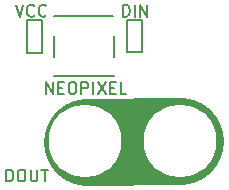
<source format=gto>
%TF.GenerationSoftware,KiCad,Pcbnew,4.0.5-e0-6337~49~ubuntu16.04.1*%
%TF.CreationDate,2017-07-08T22:41:08-07:00*%
%TF.ProjectId,2x3-RGB-LED-NeoPixel-SMT,3278332D5247422D4C45442D4E656F50,1.0*%
%TF.FileFunction,Legend,Top*%
%FSLAX46Y46*%
G04 Gerber Fmt 4.6, Leading zero omitted, Abs format (unit mm)*
G04 Created by KiCad (PCBNEW 4.0.5-e0-6337~49~ubuntu16.04.1) date Sat Jul  8 22:41:08 2017*
%MOMM*%
%LPD*%
G01*
G04 APERTURE LIST*
%ADD10C,0.350000*%
%ADD11C,0.152400*%
%ADD12C,0.150000*%
%ADD13C,7.400000*%
%ADD14C,0.800000*%
%ADD15C,6.152400*%
%ADD16R,0.902400X0.952400*%
%ADD17R,1.651000X1.041400*%
G04 APERTURE END LIST*
D10*
D11*
X18460000Y-31128000D02*
X17190000Y-31128000D01*
X18460000Y-33858500D02*
X17190000Y-33858500D01*
D12*
X18460000Y-31128000D02*
X18460000Y-33858500D01*
X17190000Y-33858500D02*
X17190000Y-31128000D01*
D11*
X24590000Y-34214000D02*
X24590000Y-32436000D01*
X19510000Y-30785000D02*
X24463000Y-30785000D01*
X24590000Y-35865000D02*
X19510000Y-35865000D01*
X19510000Y-34214000D02*
X19510000Y-32436000D01*
D13*
X30175000Y-41375000D02*
X22300000Y-41400000D01*
D12*
X25690000Y-33822000D02*
X25690000Y-31091500D01*
D11*
X25690000Y-33822000D02*
X26960000Y-33822000D01*
X25690000Y-31091500D02*
X26960000Y-31091500D01*
D12*
X26960000Y-31091500D02*
X26960000Y-33822000D01*
X25301191Y-30802381D02*
X25301191Y-29802381D01*
X25539286Y-29802381D01*
X25682144Y-29850000D01*
X25777382Y-29945238D01*
X25825001Y-30040476D01*
X25872620Y-30230952D01*
X25872620Y-30373810D01*
X25825001Y-30564286D01*
X25777382Y-30659524D01*
X25682144Y-30754762D01*
X25539286Y-30802381D01*
X25301191Y-30802381D01*
X26301191Y-30802381D02*
X26301191Y-29802381D01*
X26777381Y-30802381D02*
X26777381Y-29802381D01*
X27348810Y-30802381D01*
X27348810Y-29802381D01*
X18791667Y-37352381D02*
X18791667Y-36352381D01*
X19363096Y-37352381D01*
X19363096Y-36352381D01*
X19839286Y-36828571D02*
X20172620Y-36828571D01*
X20315477Y-37352381D02*
X19839286Y-37352381D01*
X19839286Y-36352381D01*
X20315477Y-36352381D01*
X20934524Y-36352381D02*
X21125001Y-36352381D01*
X21220239Y-36400000D01*
X21315477Y-36495238D01*
X21363096Y-36685714D01*
X21363096Y-37019048D01*
X21315477Y-37209524D01*
X21220239Y-37304762D01*
X21125001Y-37352381D01*
X20934524Y-37352381D01*
X20839286Y-37304762D01*
X20744048Y-37209524D01*
X20696429Y-37019048D01*
X20696429Y-36685714D01*
X20744048Y-36495238D01*
X20839286Y-36400000D01*
X20934524Y-36352381D01*
X21791667Y-37352381D02*
X21791667Y-36352381D01*
X22172620Y-36352381D01*
X22267858Y-36400000D01*
X22315477Y-36447619D01*
X22363096Y-36542857D01*
X22363096Y-36685714D01*
X22315477Y-36780952D01*
X22267858Y-36828571D01*
X22172620Y-36876190D01*
X21791667Y-36876190D01*
X22791667Y-37352381D02*
X22791667Y-36352381D01*
X23172619Y-36352381D02*
X23839286Y-37352381D01*
X23839286Y-36352381D02*
X23172619Y-37352381D01*
X24220238Y-36828571D02*
X24553572Y-36828571D01*
X24696429Y-37352381D02*
X24220238Y-37352381D01*
X24220238Y-36352381D01*
X24696429Y-36352381D01*
X25601191Y-37352381D02*
X25125000Y-37352381D01*
X25125000Y-36352381D01*
X15434524Y-44752381D02*
X15434524Y-43752381D01*
X15672619Y-43752381D01*
X15815477Y-43800000D01*
X15910715Y-43895238D01*
X15958334Y-43990476D01*
X16005953Y-44180952D01*
X16005953Y-44323810D01*
X15958334Y-44514286D01*
X15910715Y-44609524D01*
X15815477Y-44704762D01*
X15672619Y-44752381D01*
X15434524Y-44752381D01*
X16625000Y-43752381D02*
X16815477Y-43752381D01*
X16910715Y-43800000D01*
X17005953Y-43895238D01*
X17053572Y-44085714D01*
X17053572Y-44419048D01*
X17005953Y-44609524D01*
X16910715Y-44704762D01*
X16815477Y-44752381D01*
X16625000Y-44752381D01*
X16529762Y-44704762D01*
X16434524Y-44609524D01*
X16386905Y-44419048D01*
X16386905Y-44085714D01*
X16434524Y-43895238D01*
X16529762Y-43800000D01*
X16625000Y-43752381D01*
X17482143Y-43752381D02*
X17482143Y-44561905D01*
X17529762Y-44657143D01*
X17577381Y-44704762D01*
X17672619Y-44752381D01*
X17863096Y-44752381D01*
X17958334Y-44704762D01*
X18005953Y-44657143D01*
X18053572Y-44561905D01*
X18053572Y-43752381D01*
X18386905Y-43752381D02*
X18958334Y-43752381D01*
X18672619Y-44752381D02*
X18672619Y-43752381D01*
X16216667Y-29802381D02*
X16550000Y-30802381D01*
X16883334Y-29802381D01*
X17788096Y-30707143D02*
X17740477Y-30754762D01*
X17597620Y-30802381D01*
X17502382Y-30802381D01*
X17359524Y-30754762D01*
X17264286Y-30659524D01*
X17216667Y-30564286D01*
X17169048Y-30373810D01*
X17169048Y-30230952D01*
X17216667Y-30040476D01*
X17264286Y-29945238D01*
X17359524Y-29850000D01*
X17502382Y-29802381D01*
X17597620Y-29802381D01*
X17740477Y-29850000D01*
X17788096Y-29897619D01*
X18788096Y-30707143D02*
X18740477Y-30754762D01*
X18597620Y-30802381D01*
X18502382Y-30802381D01*
X18359524Y-30754762D01*
X18264286Y-30659524D01*
X18216667Y-30564286D01*
X18169048Y-30373810D01*
X18169048Y-30230952D01*
X18216667Y-30040476D01*
X18264286Y-29945238D01*
X18359524Y-29850000D01*
X18502382Y-29802381D01*
X18597620Y-29802381D01*
X18740477Y-29850000D01*
X18788096Y-29897619D01*
%LPC*%
D14*
X14071294Y-30519635D02*
G75*
G03X13925000Y-36075000I28706J-2780365D01*
G01*
X14075000Y-38524999D02*
G75*
G03X13928706Y-44080364I28706J-2780365D01*
G01*
X30125000Y-36075001D02*
G75*
G03X30271294Y-30519636I-28706J2780365D01*
G01*
D15*
X22100000Y-41300000D03*
X30100000Y-41300000D03*
D16*
X17825000Y-31775000D03*
X17825000Y-33275000D03*
D17*
X19611600Y-31674000D03*
X19611600Y-34976000D03*
X24488400Y-34976000D03*
X24488400Y-31674000D03*
D16*
X26325000Y-33175000D03*
X26325000Y-31675000D03*
M02*

</source>
